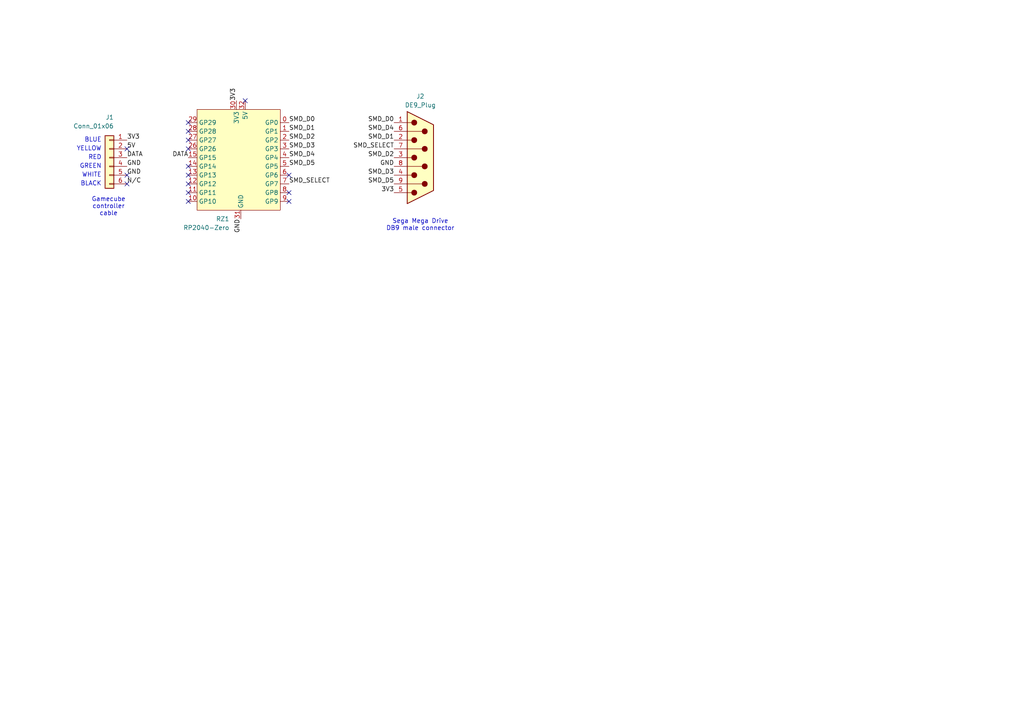
<source format=kicad_sch>
(kicad_sch
	(version 20231120)
	(generator "eeschema")
	(generator_version "8.0")
	(uuid "7c85da91-93f1-4d04-8833-88ec1b827959")
	(paper "A4")
	(lib_symbols
		(symbol "Connector:DE9_Plug"
			(pin_names
				(offset 1.016) hide)
			(exclude_from_sim no)
			(in_bom yes)
			(on_board yes)
			(property "Reference" "J"
				(at 0 13.97 0)
				(effects
					(font
						(size 1.27 1.27)
					)
				)
			)
			(property "Value" "DE9_Plug"
				(at 0 -14.605 0)
				(effects
					(font
						(size 1.27 1.27)
					)
				)
			)
			(property "Footprint" ""
				(at 0 0 0)
				(effects
					(font
						(size 1.27 1.27)
					)
					(hide yes)
				)
			)
			(property "Datasheet" " ~"
				(at 0 0 0)
				(effects
					(font
						(size 1.27 1.27)
					)
					(hide yes)
				)
			)
			(property "Description" "9-pin male plug pin D-SUB connector"
				(at 0 0 0)
				(effects
					(font
						(size 1.27 1.27)
					)
					(hide yes)
				)
			)
			(property "ki_keywords" "connector male plug D-SUB DB9"
				(at 0 0 0)
				(effects
					(font
						(size 1.27 1.27)
					)
					(hide yes)
				)
			)
			(property "ki_fp_filters" "DSUB*Male*"
				(at 0 0 0)
				(effects
					(font
						(size 1.27 1.27)
					)
					(hide yes)
				)
			)
			(symbol "DE9_Plug_0_1"
				(circle
					(center -1.778 -10.16)
					(radius 0.762)
					(stroke
						(width 0)
						(type default)
					)
					(fill
						(type outline)
					)
				)
				(circle
					(center -1.778 -5.08)
					(radius 0.762)
					(stroke
						(width 0)
						(type default)
					)
					(fill
						(type outline)
					)
				)
				(circle
					(center -1.778 0)
					(radius 0.762)
					(stroke
						(width 0)
						(type default)
					)
					(fill
						(type outline)
					)
				)
				(circle
					(center -1.778 5.08)
					(radius 0.762)
					(stroke
						(width 0)
						(type default)
					)
					(fill
						(type outline)
					)
				)
				(circle
					(center -1.778 10.16)
					(radius 0.762)
					(stroke
						(width 0)
						(type default)
					)
					(fill
						(type outline)
					)
				)
				(polyline
					(pts
						(xy -3.81 -10.16) (xy -2.54 -10.16)
					)
					(stroke
						(width 0)
						(type default)
					)
					(fill
						(type none)
					)
				)
				(polyline
					(pts
						(xy -3.81 -7.62) (xy 0.508 -7.62)
					)
					(stroke
						(width 0)
						(type default)
					)
					(fill
						(type none)
					)
				)
				(polyline
					(pts
						(xy -3.81 -5.08) (xy -2.54 -5.08)
					)
					(stroke
						(width 0)
						(type default)
					)
					(fill
						(type none)
					)
				)
				(polyline
					(pts
						(xy -3.81 -2.54) (xy 0.508 -2.54)
					)
					(stroke
						(width 0)
						(type default)
					)
					(fill
						(type none)
					)
				)
				(polyline
					(pts
						(xy -3.81 0) (xy -2.54 0)
					)
					(stroke
						(width 0)
						(type default)
					)
					(fill
						(type none)
					)
				)
				(polyline
					(pts
						(xy -3.81 2.54) (xy 0.508 2.54)
					)
					(stroke
						(width 0)
						(type default)
					)
					(fill
						(type none)
					)
				)
				(polyline
					(pts
						(xy -3.81 5.08) (xy -2.54 5.08)
					)
					(stroke
						(width 0)
						(type default)
					)
					(fill
						(type none)
					)
				)
				(polyline
					(pts
						(xy -3.81 7.62) (xy 0.508 7.62)
					)
					(stroke
						(width 0)
						(type default)
					)
					(fill
						(type none)
					)
				)
				(polyline
					(pts
						(xy -3.81 10.16) (xy -2.54 10.16)
					)
					(stroke
						(width 0)
						(type default)
					)
					(fill
						(type none)
					)
				)
				(polyline
					(pts
						(xy -3.81 -13.335) (xy -3.81 13.335) (xy 3.81 9.525) (xy 3.81 -9.525) (xy -3.81 -13.335)
					)
					(stroke
						(width 0.254)
						(type default)
					)
					(fill
						(type background)
					)
				)
				(circle
					(center 1.27 -7.62)
					(radius 0.762)
					(stroke
						(width 0)
						(type default)
					)
					(fill
						(type outline)
					)
				)
				(circle
					(center 1.27 -2.54)
					(radius 0.762)
					(stroke
						(width 0)
						(type default)
					)
					(fill
						(type outline)
					)
				)
				(circle
					(center 1.27 2.54)
					(radius 0.762)
					(stroke
						(width 0)
						(type default)
					)
					(fill
						(type outline)
					)
				)
				(circle
					(center 1.27 7.62)
					(radius 0.762)
					(stroke
						(width 0)
						(type default)
					)
					(fill
						(type outline)
					)
				)
			)
			(symbol "DE9_Plug_1_1"
				(pin passive line
					(at -7.62 -10.16 0)
					(length 3.81)
					(name "1"
						(effects
							(font
								(size 1.27 1.27)
							)
						)
					)
					(number "1"
						(effects
							(font
								(size 1.27 1.27)
							)
						)
					)
				)
				(pin passive line
					(at -7.62 -5.08 0)
					(length 3.81)
					(name "2"
						(effects
							(font
								(size 1.27 1.27)
							)
						)
					)
					(number "2"
						(effects
							(font
								(size 1.27 1.27)
							)
						)
					)
				)
				(pin passive line
					(at -7.62 0 0)
					(length 3.81)
					(name "3"
						(effects
							(font
								(size 1.27 1.27)
							)
						)
					)
					(number "3"
						(effects
							(font
								(size 1.27 1.27)
							)
						)
					)
				)
				(pin passive line
					(at -7.62 5.08 0)
					(length 3.81)
					(name "4"
						(effects
							(font
								(size 1.27 1.27)
							)
						)
					)
					(number "4"
						(effects
							(font
								(size 1.27 1.27)
							)
						)
					)
				)
				(pin passive line
					(at -7.62 10.16 0)
					(length 3.81)
					(name "5"
						(effects
							(font
								(size 1.27 1.27)
							)
						)
					)
					(number "5"
						(effects
							(font
								(size 1.27 1.27)
							)
						)
					)
				)
				(pin passive line
					(at -7.62 -7.62 0)
					(length 3.81)
					(name "6"
						(effects
							(font
								(size 1.27 1.27)
							)
						)
					)
					(number "6"
						(effects
							(font
								(size 1.27 1.27)
							)
						)
					)
				)
				(pin passive line
					(at -7.62 -2.54 0)
					(length 3.81)
					(name "7"
						(effects
							(font
								(size 1.27 1.27)
							)
						)
					)
					(number "7"
						(effects
							(font
								(size 1.27 1.27)
							)
						)
					)
				)
				(pin passive line
					(at -7.62 2.54 0)
					(length 3.81)
					(name "8"
						(effects
							(font
								(size 1.27 1.27)
							)
						)
					)
					(number "8"
						(effects
							(font
								(size 1.27 1.27)
							)
						)
					)
				)
				(pin passive line
					(at -7.62 7.62 0)
					(length 3.81)
					(name "9"
						(effects
							(font
								(size 1.27 1.27)
							)
						)
					)
					(number "9"
						(effects
							(font
								(size 1.27 1.27)
							)
						)
					)
				)
			)
		)
		(symbol "Connector_Generic:Conn_01x06"
			(pin_names
				(offset 1.016) hide)
			(exclude_from_sim no)
			(in_bom yes)
			(on_board yes)
			(property "Reference" "J"
				(at 0 7.62 0)
				(effects
					(font
						(size 1.27 1.27)
					)
				)
			)
			(property "Value" "Conn_01x06"
				(at 0 -10.16 0)
				(effects
					(font
						(size 1.27 1.27)
					)
				)
			)
			(property "Footprint" ""
				(at 0 0 0)
				(effects
					(font
						(size 1.27 1.27)
					)
					(hide yes)
				)
			)
			(property "Datasheet" "~"
				(at 0 0 0)
				(effects
					(font
						(size 1.27 1.27)
					)
					(hide yes)
				)
			)
			(property "Description" "Generic connector, single row, 01x06, script generated (kicad-library-utils/schlib/autogen/connector/)"
				(at 0 0 0)
				(effects
					(font
						(size 1.27 1.27)
					)
					(hide yes)
				)
			)
			(property "ki_keywords" "connector"
				(at 0 0 0)
				(effects
					(font
						(size 1.27 1.27)
					)
					(hide yes)
				)
			)
			(property "ki_fp_filters" "Connector*:*_1x??_*"
				(at 0 0 0)
				(effects
					(font
						(size 1.27 1.27)
					)
					(hide yes)
				)
			)
			(symbol "Conn_01x06_1_1"
				(rectangle
					(start -1.27 -7.493)
					(end 0 -7.747)
					(stroke
						(width 0.1524)
						(type default)
					)
					(fill
						(type none)
					)
				)
				(rectangle
					(start -1.27 -4.953)
					(end 0 -5.207)
					(stroke
						(width 0.1524)
						(type default)
					)
					(fill
						(type none)
					)
				)
				(rectangle
					(start -1.27 -2.413)
					(end 0 -2.667)
					(stroke
						(width 0.1524)
						(type default)
					)
					(fill
						(type none)
					)
				)
				(rectangle
					(start -1.27 0.127)
					(end 0 -0.127)
					(stroke
						(width 0.1524)
						(type default)
					)
					(fill
						(type none)
					)
				)
				(rectangle
					(start -1.27 2.667)
					(end 0 2.413)
					(stroke
						(width 0.1524)
						(type default)
					)
					(fill
						(type none)
					)
				)
				(rectangle
					(start -1.27 5.207)
					(end 0 4.953)
					(stroke
						(width 0.1524)
						(type default)
					)
					(fill
						(type none)
					)
				)
				(rectangle
					(start -1.27 6.35)
					(end 1.27 -8.89)
					(stroke
						(width 0.254)
						(type default)
					)
					(fill
						(type background)
					)
				)
				(pin passive line
					(at -5.08 5.08 0)
					(length 3.81)
					(name "Pin_1"
						(effects
							(font
								(size 1.27 1.27)
							)
						)
					)
					(number "1"
						(effects
							(font
								(size 1.27 1.27)
							)
						)
					)
				)
				(pin passive line
					(at -5.08 2.54 0)
					(length 3.81)
					(name "Pin_2"
						(effects
							(font
								(size 1.27 1.27)
							)
						)
					)
					(number "2"
						(effects
							(font
								(size 1.27 1.27)
							)
						)
					)
				)
				(pin passive line
					(at -5.08 0 0)
					(length 3.81)
					(name "Pin_3"
						(effects
							(font
								(size 1.27 1.27)
							)
						)
					)
					(number "3"
						(effects
							(font
								(size 1.27 1.27)
							)
						)
					)
				)
				(pin passive line
					(at -5.08 -2.54 0)
					(length 3.81)
					(name "Pin_4"
						(effects
							(font
								(size 1.27 1.27)
							)
						)
					)
					(number "4"
						(effects
							(font
								(size 1.27 1.27)
							)
						)
					)
				)
				(pin passive line
					(at -5.08 -5.08 0)
					(length 3.81)
					(name "Pin_5"
						(effects
							(font
								(size 1.27 1.27)
							)
						)
					)
					(number "5"
						(effects
							(font
								(size 1.27 1.27)
							)
						)
					)
				)
				(pin passive line
					(at -5.08 -7.62 0)
					(length 3.81)
					(name "Pin_6"
						(effects
							(font
								(size 1.27 1.27)
							)
						)
					)
					(number "6"
						(effects
							(font
								(size 1.27 1.27)
							)
						)
					)
				)
			)
		)
		(symbol "RP2040-Zero:RP2040-Zero"
			(exclude_from_sim no)
			(in_bom yes)
			(on_board yes)
			(property "Reference" "RZ"
				(at 0 0 0)
				(effects
					(font
						(size 1.27 1.27)
					)
				)
			)
			(property "Value" "RP2040-Zero"
				(at 0 -2.54 0)
				(effects
					(font
						(size 1.27 1.27)
					)
				)
			)
			(property "Footprint" "RP2040-Zero:RP2040-Zero"
				(at 0 2.54 0)
				(effects
					(font
						(size 1.27 1.27)
					)
				)
			)
			(property "Datasheet" ""
				(at 0 0 0)
				(effects
					(font
						(size 1.27 1.27)
					)
					(hide yes)
				)
			)
			(property "Description" ""
				(at 0 0 0)
				(effects
					(font
						(size 1.27 1.27)
					)
					(hide yes)
				)
			)
			(symbol "RP2040-Zero_0_1"
				(rectangle
					(start -11.43 -15.24)
					(end 12.7 13.97)
					(stroke
						(width 0)
						(type default)
					)
					(fill
						(type background)
					)
				)
			)
			(symbol "RP2040-Zero_1_1"
				(pin bidirectional line
					(at -13.97 10.16 0)
					(length 2.54)
					(name "GP0"
						(effects
							(font
								(size 1.27 1.27)
							)
						)
					)
					(number "0"
						(effects
							(font
								(size 1.27 1.27)
							)
						)
					)
				)
				(pin bidirectional line
					(at -13.97 7.62 0)
					(length 2.54)
					(name "GP1"
						(effects
							(font
								(size 1.27 1.27)
							)
						)
					)
					(number "1"
						(effects
							(font
								(size 1.27 1.27)
							)
						)
					)
				)
				(pin bidirectional line
					(at 15.24 -12.7 180)
					(length 2.54)
					(name "GP10"
						(effects
							(font
								(size 1.27 1.27)
							)
						)
					)
					(number "10"
						(effects
							(font
								(size 1.27 1.27)
							)
						)
					)
				)
				(pin bidirectional line
					(at 15.24 -10.16 180)
					(length 2.54)
					(name "GP11"
						(effects
							(font
								(size 1.27 1.27)
							)
						)
					)
					(number "11"
						(effects
							(font
								(size 1.27 1.27)
							)
						)
					)
				)
				(pin bidirectional line
					(at 15.24 -7.62 180)
					(length 2.54)
					(name "GP12"
						(effects
							(font
								(size 1.27 1.27)
							)
						)
					)
					(number "12"
						(effects
							(font
								(size 1.27 1.27)
							)
						)
					)
				)
				(pin bidirectional line
					(at 15.24 -5.08 180)
					(length 2.54)
					(name "GP13"
						(effects
							(font
								(size 1.27 1.27)
							)
						)
					)
					(number "13"
						(effects
							(font
								(size 1.27 1.27)
							)
						)
					)
				)
				(pin bidirectional line
					(at 15.24 -2.54 180)
					(length 2.54)
					(name "GP14"
						(effects
							(font
								(size 1.27 1.27)
							)
						)
					)
					(number "14"
						(effects
							(font
								(size 1.27 1.27)
							)
						)
					)
				)
				(pin bidirectional line
					(at 15.24 0 180)
					(length 2.54)
					(name "GP15"
						(effects
							(font
								(size 1.27 1.27)
							)
						)
					)
					(number "15"
						(effects
							(font
								(size 1.27 1.27)
							)
						)
					)
				)
				(pin bidirectional line
					(at -13.97 5.08 0)
					(length 2.54)
					(name "GP2"
						(effects
							(font
								(size 1.27 1.27)
							)
						)
					)
					(number "2"
						(effects
							(font
								(size 1.27 1.27)
							)
						)
					)
				)
				(pin bidirectional line
					(at 15.24 2.54 180)
					(length 2.54)
					(name "GP26"
						(effects
							(font
								(size 1.27 1.27)
							)
						)
					)
					(number "26"
						(effects
							(font
								(size 1.27 1.27)
							)
						)
					)
				)
				(pin bidirectional line
					(at 15.24 5.08 180)
					(length 2.54)
					(name "GP27"
						(effects
							(font
								(size 1.27 1.27)
							)
						)
					)
					(number "27"
						(effects
							(font
								(size 1.27 1.27)
							)
						)
					)
				)
				(pin bidirectional line
					(at 15.24 7.62 180)
					(length 2.54)
					(name "GP28"
						(effects
							(font
								(size 1.27 1.27)
							)
						)
					)
					(number "28"
						(effects
							(font
								(size 1.27 1.27)
							)
						)
					)
				)
				(pin bidirectional line
					(at 15.24 10.16 180)
					(length 2.54)
					(name "GP29"
						(effects
							(font
								(size 1.27 1.27)
							)
						)
					)
					(number "29"
						(effects
							(font
								(size 1.27 1.27)
							)
						)
					)
				)
				(pin bidirectional line
					(at -13.97 2.54 0)
					(length 2.54)
					(name "GP3"
						(effects
							(font
								(size 1.27 1.27)
							)
						)
					)
					(number "3"
						(effects
							(font
								(size 1.27 1.27)
							)
						)
					)
				)
				(pin power_in line
					(at 1.27 16.51 270)
					(length 2.54)
					(name "3V3"
						(effects
							(font
								(size 1.27 1.27)
							)
						)
					)
					(number "30"
						(effects
							(font
								(size 1.27 1.27)
							)
						)
					)
				)
				(pin passive line
					(at 0 -17.78 90)
					(length 2.54)
					(name "GND"
						(effects
							(font
								(size 1.27 1.27)
							)
						)
					)
					(number "31"
						(effects
							(font
								(size 1.27 1.27)
							)
						)
					)
				)
				(pin power_in line
					(at -1.27 16.51 270)
					(length 2.54)
					(name "5V"
						(effects
							(font
								(size 1.27 1.27)
							)
						)
					)
					(number "32"
						(effects
							(font
								(size 1.27 1.27)
							)
						)
					)
				)
				(pin bidirectional line
					(at -13.97 0 0)
					(length 2.54)
					(name "GP4"
						(effects
							(font
								(size 1.27 1.27)
							)
						)
					)
					(number "4"
						(effects
							(font
								(size 1.27 1.27)
							)
						)
					)
				)
				(pin bidirectional line
					(at -13.97 -2.54 0)
					(length 2.54)
					(name "GP5"
						(effects
							(font
								(size 1.27 1.27)
							)
						)
					)
					(number "5"
						(effects
							(font
								(size 1.27 1.27)
							)
						)
					)
				)
				(pin bidirectional line
					(at -13.97 -5.08 0)
					(length 2.54)
					(name "GP6"
						(effects
							(font
								(size 1.27 1.27)
							)
						)
					)
					(number "6"
						(effects
							(font
								(size 1.27 1.27)
							)
						)
					)
				)
				(pin bidirectional line
					(at -13.97 -7.62 0)
					(length 2.54)
					(name "GP7"
						(effects
							(font
								(size 1.27 1.27)
							)
						)
					)
					(number "7"
						(effects
							(font
								(size 1.27 1.27)
							)
						)
					)
				)
				(pin bidirectional line
					(at -13.97 -10.16 0)
					(length 2.54)
					(name "GP8"
						(effects
							(font
								(size 1.27 1.27)
							)
						)
					)
					(number "8"
						(effects
							(font
								(size 1.27 1.27)
							)
						)
					)
				)
				(pin bidirectional line
					(at -13.97 -12.7 0)
					(length 2.54)
					(name "GP9"
						(effects
							(font
								(size 1.27 1.27)
							)
						)
					)
					(number "9"
						(effects
							(font
								(size 1.27 1.27)
							)
						)
					)
				)
			)
		)
	)
	(bus_alias "GAMEPAD"
		(members "SMD_D0" "SMD_D1" "SMD_D2" "SMD_D3" "SMD_D4" "SMD_D5" "SMD_SELECT")
	)
	(bus_alias "PROGRAMMER"
		(members "SCK" "MOSI" "MISO")
	)
	(bus_alias "WIIMOTE"
		(members "DTC" "SDA" "SCL")
	)
	(no_connect
		(at 83.82 58.42)
		(uuid "0368e76f-070f-4be6-8cd9-96b25ffad123")
	)
	(no_connect
		(at 36.83 43.18)
		(uuid "0395f858-e2fe-4ae5-93f1-4f7cf02fb973")
	)
	(no_connect
		(at 36.83 53.34)
		(uuid "135849df-4806-4586-b09e-cb7e5e7a60a7")
	)
	(no_connect
		(at 36.83 50.8)
		(uuid "150dc907-1ce4-4745-b12e-6e9382017bad")
	)
	(no_connect
		(at 83.82 55.88)
		(uuid "1f0999b0-f216-4baf-879e-8dd096d79826")
	)
	(no_connect
		(at 54.61 48.26)
		(uuid "3b09a3f7-6058-421d-9129-60d5aabf307e")
	)
	(no_connect
		(at 54.61 58.42)
		(uuid "51052395-d4d6-4448-ab00-f5e180941ac2")
	)
	(no_connect
		(at 54.61 38.1)
		(uuid "5c0deb59-bd7a-4284-8f72-091e4438b646")
	)
	(no_connect
		(at 54.61 55.88)
		(uuid "7e561658-fc3b-4718-9e0b-4e18a11d4ccd")
	)
	(no_connect
		(at 54.61 53.34)
		(uuid "9245236a-13b4-463a-bbc2-5aa3b2b3f8e8")
	)
	(no_connect
		(at 54.61 35.56)
		(uuid "bfc896cc-b4f0-4f90-ae1b-34686e31f529")
	)
	(no_connect
		(at 54.61 40.64)
		(uuid "c1f265ac-a143-4fa2-bcc2-f3db0d7c0bea")
	)
	(no_connect
		(at 54.61 50.8)
		(uuid "ebe43c9a-dd4c-4645-8ea7-c09e0b335f91")
	)
	(no_connect
		(at 71.12 29.21)
		(uuid "ef72e6d1-19c8-4e88-b93f-c43d87c2ada8")
	)
	(no_connect
		(at 83.82 50.8)
		(uuid "f63be22a-1711-4218-bf04-bccb5fe78bda")
	)
	(no_connect
		(at 54.61 43.18)
		(uuid "fecdbc16-26f0-4a30-9d4d-a32a8efd507c")
	)
	(text "YELLOW"
		(exclude_from_sim no)
		(at 29.464 43.18 0)
		(effects
			(font
				(size 1.27 1.27)
			)
			(justify right)
		)
		(uuid "0741f219-da11-4935-9cf8-35dbd97a030a")
	)
	(text "WHITE"
		(exclude_from_sim no)
		(at 29.464 50.8 0)
		(effects
			(font
				(size 1.27 1.27)
			)
			(justify right)
		)
		(uuid "1cb835c3-4ebb-4d80-9f7d-d68623d1b831")
	)
	(text "Sega Mega Drive\nDB9 male connector"
		(exclude_from_sim no)
		(at 121.92 65.278 0)
		(effects
			(font
				(size 1.27 1.27)
			)
		)
		(uuid "340f84e8-cf95-42ed-bda9-447f92af604e")
	)
	(text "BLUE"
		(exclude_from_sim no)
		(at 29.464 40.64 0)
		(effects
			(font
				(size 1.27 1.27)
			)
			(justify right)
		)
		(uuid "579a376d-456e-4ba8-88c8-abba470d9a8c")
	)
	(text "RED"
		(exclude_from_sim no)
		(at 29.464 45.72 0)
		(effects
			(font
				(size 1.27 1.27)
			)
			(justify right)
		)
		(uuid "5d2ea968-0ca6-4b55-b721-00db510e2501")
	)
	(text "Gamecube\ncontroller\ncable"
		(exclude_from_sim no)
		(at 31.496 59.944 0)
		(effects
			(font
				(size 1.27 1.27)
			)
		)
		(uuid "7664a7e8-8de9-47b3-a586-76791e001c95")
	)
	(text "BLACK"
		(exclude_from_sim no)
		(at 29.464 53.34 0)
		(effects
			(font
				(size 1.27 1.27)
			)
			(justify right)
		)
		(uuid "8224943b-18a0-442b-8712-01debb39b222")
	)
	(text "GREEN"
		(exclude_from_sim no)
		(at 29.464 48.26 0)
		(effects
			(font
				(size 1.27 1.27)
			)
			(justify right)
		)
		(uuid "fb024ed3-300d-43ba-9f9c-744904a0db58")
	)
	(label "GND"
		(at 36.83 48.26 0)
		(fields_autoplaced yes)
		(effects
			(font
				(size 1.27 1.27)
			)
			(justify left bottom)
		)
		(uuid "104995a2-bef5-462e-a517-c59588f8e79e")
	)
	(label "SMD_D5"
		(at 83.82 48.26 0)
		(fields_autoplaced yes)
		(effects
			(font
				(size 1.27 1.27)
			)
			(justify left bottom)
		)
		(uuid "125bb1d0-2351-4df1-b667-29897b47d306")
	)
	(label "3V3"
		(at 68.58 29.21 90)
		(fields_autoplaced yes)
		(effects
			(font
				(size 1.27 1.27)
			)
			(justify left bottom)
		)
		(uuid "18d1d354-ade7-49d3-9168-7f82b225e966")
	)
	(label "SMD_SELECT"
		(at 83.82 53.34 0)
		(fields_autoplaced yes)
		(effects
			(font
				(size 1.27 1.27)
			)
			(justify left bottom)
		)
		(uuid "1cce5184-7b7d-4029-b950-727b0c8bd144")
	)
	(label "GND"
		(at 69.85 63.5 270)
		(fields_autoplaced yes)
		(effects
			(font
				(size 1.27 1.27)
			)
			(justify right bottom)
		)
		(uuid "2e61845b-7fb7-4e9d-8384-15779afe660d")
	)
	(label "SMD_D0"
		(at 114.3 35.56 180)
		(fields_autoplaced yes)
		(effects
			(font
				(size 1.27 1.27)
			)
			(justify right bottom)
		)
		(uuid "37f371a4-6cf7-4147-bd50-730351e6e721")
	)
	(label "DATA"
		(at 54.61 45.72 180)
		(fields_autoplaced yes)
		(effects
			(font
				(size 1.27 1.27)
			)
			(justify right bottom)
		)
		(uuid "3bcb826a-605a-40fb-8fb0-6b75e5eb6b95")
	)
	(label "SMD_D2"
		(at 83.82 40.64 0)
		(fields_autoplaced yes)
		(effects
			(font
				(size 1.27 1.27)
			)
			(justify left bottom)
		)
		(uuid "46b7d535-a58b-464b-802c-7988a80dcd16")
	)
	(label "SMD_D3"
		(at 83.82 43.18 0)
		(fields_autoplaced yes)
		(effects
			(font
				(size 1.27 1.27)
			)
			(justify left bottom)
		)
		(uuid "47a214d4-2fc8-40f5-a48f-bdb5dd246172")
	)
	(label "GND"
		(at 114.3 48.26 180)
		(fields_autoplaced yes)
		(effects
			(font
				(size 1.27 1.27)
			)
			(justify right bottom)
		)
		(uuid "54f4e08b-3b51-44fe-a8b4-744b7e650a69")
	)
	(label "3V3"
		(at 114.3 55.88 180)
		(fields_autoplaced yes)
		(effects
			(font
				(size 1.27 1.27)
			)
			(justify right bottom)
		)
		(uuid "59de7de6-d37f-42b8-a536-53f505780bcc")
	)
	(label "SMD_D0"
		(at 83.82 35.56 0)
		(fields_autoplaced yes)
		(effects
			(font
				(size 1.27 1.27)
			)
			(justify left bottom)
		)
		(uuid "6c247f37-d6a5-4f0b-801c-bab58af1f15a")
	)
	(label "GND"
		(at 36.83 50.8 0)
		(fields_autoplaced yes)
		(effects
			(font
				(size 1.27 1.27)
			)
			(justify left bottom)
		)
		(uuid "6e8c3018-58b6-4423-97e0-3146fe9db5bf")
	)
	(label "SMD_D2"
		(at 114.3 45.72 180)
		(fields_autoplaced yes)
		(effects
			(font
				(size 1.27 1.27)
			)
			(justify right bottom)
		)
		(uuid "76de32c4-d4b5-4fe6-bf44-4e3e92ca11bc")
	)
	(label "SMD_D1"
		(at 114.3 40.64 180)
		(fields_autoplaced yes)
		(effects
			(font
				(size 1.27 1.27)
			)
			(justify right bottom)
		)
		(uuid "7eb6d7a1-ad16-45e2-b827-5ef551d438d7")
	)
	(label "SMD_D1"
		(at 83.82 38.1 0)
		(fields_autoplaced yes)
		(effects
			(font
				(size 1.27 1.27)
			)
			(justify left bottom)
		)
		(uuid "9864bd4e-3447-4932-b87a-29b5cd5993ff")
	)
	(label "SMD_D4"
		(at 114.3 38.1 180)
		(fields_autoplaced yes)
		(effects
			(font
				(size 1.27 1.27)
			)
			(justify right bottom)
		)
		(uuid "9dc4998a-5b26-4f8b-b585-50097aa4ec4b")
	)
	(label "3V3"
		(at 36.83 40.64 0)
		(fields_autoplaced yes)
		(effects
			(font
				(size 1.27 1.27)
			)
			(justify left bottom)
		)
		(uuid "a3fd0668-0164-4375-bf1d-2e13af8b2607")
	)
	(label "SMD_D4"
		(at 83.82 45.72 0)
		(fields_autoplaced yes)
		(effects
			(font
				(size 1.27 1.27)
			)
			(justify left bottom)
		)
		(uuid "c4492536-1b98-43e8-98f1-56b97d2e883c")
	)
	(label "N{slash}C"
		(at 36.83 53.34 0)
		(fields_autoplaced yes)
		(effects
			(font
				(size 1.27 1.27)
			)
			(justify left bottom)
		)
		(uuid "cb1b48c5-4596-46c7-896f-895c49548499")
	)
	(label "5V"
		(at 36.83 43.18 0)
		(fields_autoplaced yes)
		(effects
			(font
				(size 1.27 1.27)
			)
			(justify left bottom)
		)
		(uuid "ce286c04-bd80-4b4f-9654-069679f56029")
	)
	(label "SMD_D5"
		(at 114.3 53.34 180)
		(fields_autoplaced yes)
		(effects
			(font
				(size 1.27 1.27)
			)
			(justify right bottom)
		)
		(uuid "ce4b0c3f-660f-4f7b-b774-d762a5b11b60")
	)
	(label "DATA"
		(at 36.83 45.72 0)
		(fields_autoplaced yes)
		(effects
			(font
				(size 1.27 1.27)
			)
			(justify left bottom)
		)
		(uuid "df710598-f310-443b-ad52-fd9f00c73a26")
	)
	(label "SMD_SELECT"
		(at 114.3 43.18 180)
		(fields_autoplaced yes)
		(effects
			(font
				(size 1.27 1.27)
			)
			(justify right bottom)
		)
		(uuid "f4a2994f-d6ae-4bf8-b5ca-8b991d8db4f1")
	)
	(label "SMD_D3"
		(at 114.3 50.8 180)
		(fields_autoplaced yes)
		(effects
			(font
				(size 1.27 1.27)
			)
			(justify right bottom)
		)
		(uuid "f93da1f1-ea4c-4d6f-83fe-032d9dedd4ac")
	)
	(symbol
		(lib_id "RP2040-Zero:RP2040-Zero")
		(at 69.85 45.72 0)
		(mirror y)
		(unit 1)
		(exclude_from_sim no)
		(in_bom yes)
		(on_board yes)
		(dnp no)
		(uuid "09367355-795b-41c3-876d-7f5238112762")
		(property "Reference" "RZ1"
			(at 66.548 63.5 0)
			(effects
				(font
					(size 1.27 1.27)
				)
				(justify left)
			)
		)
		(property "Value" "RP2040-Zero"
			(at 66.548 66.04 0)
			(effects
				(font
					(size 1.27 1.27)
				)
				(justify left)
			)
		)
		(property "Footprint" "RP2040-Zero:RP2040-Zero"
			(at 67.6559 68.58 0)
			(effects
				(font
					(size 1.27 1.27)
				)
				(justify left)
				(hide yes)
			)
		)
		(property "Datasheet" ""
			(at 69.85 45.72 0)
			(effects
				(font
					(size 1.27 1.27)
				)
				(hide yes)
			)
		)
		(property "Description" ""
			(at 69.85 45.72 0)
			(effects
				(font
					(size 1.27 1.27)
				)
				(hide yes)
			)
		)
		(pin "29"
			(uuid "701f6ad0-7c7d-41f8-a2d3-0fef163fa77a")
		)
		(pin "15"
			(uuid "07bf3155-36ca-4de2-b51f-b5405d3a4387")
		)
		(pin "26"
			(uuid "819f809b-2743-4480-8dec-090a1ef79186")
		)
		(pin "28"
			(uuid "475daae1-1f23-4da3-9a9c-a7c2b221a257")
		)
		(pin "31"
			(uuid "7a9b2416-d0f7-4604-8be3-8269faa43f1a")
		)
		(pin "13"
			(uuid "d986c210-ff41-4c6c-892d-1bed85d7da5a")
		)
		(pin "3"
			(uuid "8961921c-34b4-4ae6-9d55-82658f524408")
		)
		(pin "0"
			(uuid "04b3ec4f-1574-4d6e-981b-03bfb8f05d41")
		)
		(pin "1"
			(uuid "2c05352f-f803-4b35-b4b8-85ddd5525a94")
		)
		(pin "4"
			(uuid "fb2cb085-e20b-4a0b-9d6c-b612d4a6f2a0")
		)
		(pin "27"
			(uuid "4ad8c761-560a-4689-97e8-9467c17f64af")
		)
		(pin "2"
			(uuid "ec91d76d-49ba-4fbc-a77b-7ce54a39e692")
		)
		(pin "11"
			(uuid "3c6fbcbe-20a6-433d-bf90-ab7620ab31bc")
		)
		(pin "14"
			(uuid "cb78c937-28a9-4e7c-ab71-c593340d8cd6")
		)
		(pin "32"
			(uuid "995cbbd9-b92c-4c4e-bee7-725118d53e32")
		)
		(pin "7"
			(uuid "f80084c0-965e-4e40-ae6e-1d1a527744e3")
		)
		(pin "9"
			(uuid "36cd2c1d-a4f6-41c4-a4eb-24093a13043f")
		)
		(pin "12"
			(uuid "3b8444b8-eae5-4747-bb8a-12613c11a15d")
		)
		(pin "6"
			(uuid "c5b9fe25-bba6-411b-9279-f47df6264273")
		)
		(pin "10"
			(uuid "848f4fca-f437-4abf-8f68-a1be35061e22")
		)
		(pin "30"
			(uuid "045146b8-9b98-422c-92ed-9fbf607f5ab9")
		)
		(pin "5"
			(uuid "25cc5f61-8d90-4552-804c-13f0ee9321cd")
		)
		(pin "8"
			(uuid "df52de4e-a8bb-4c9b-b630-4bc0c0c47328")
		)
		(instances
			(project "SMD2GC"
				(path "/7c85da91-93f1-4d04-8833-88ec1b827959"
					(reference "RZ1")
					(unit 1)
				)
			)
		)
	)
	(symbol
		(lib_id "Connector_Generic:Conn_01x06")
		(at 31.75 45.72 0)
		(mirror y)
		(unit 1)
		(exclude_from_sim no)
		(in_bom yes)
		(on_board yes)
		(dnp no)
		(uuid "1907b9ef-b2f8-4a1d-9be2-a49c48fbf48a")
		(property "Reference" "J1"
			(at 33.02 34.036 0)
			(effects
				(font
					(size 1.27 1.27)
				)
				(justify left)
			)
		)
		(property "Value" "Conn_01x06"
			(at 33.02 36.576 0)
			(effects
				(font
					(size 1.27 1.27)
				)
				(justify left)
			)
		)
		(property "Footprint" "Connector_PinHeader_2.00mm:PinHeader_1x06_P2.00mm_Vertical"
			(at 31.75 45.72 0)
			(effects
				(font
					(size 1.27 1.27)
				)
				(hide yes)
			)
		)
		(property "Datasheet" "~"
			(at 31.75 45.72 0)
			(effects
				(font
					(size 1.27 1.27)
				)
				(hide yes)
			)
		)
		(property "Description" "Generic connector, single row, 01x06, script generated (kicad-library-utils/schlib/autogen/connector/)"
			(at 31.75 45.72 0)
			(effects
				(font
					(size 1.27 1.27)
				)
				(hide yes)
			)
		)
		(pin "6"
			(uuid "9bd29e4f-b0fa-4abc-8925-6fb8c3eb610d")
		)
		(pin "2"
			(uuid "6fe8a907-76b1-45bb-9d05-f8a61304caaa")
		)
		(pin "4"
			(uuid "77db6f8f-8255-4253-9539-56c8c79c8d22")
		)
		(pin "1"
			(uuid "2ead0398-355e-4458-bdc8-7a76bd47d4a9")
		)
		(pin "5"
			(uuid "b6002922-e6d8-48c6-b067-8d9e7039537f")
		)
		(pin "3"
			(uuid "e84a60fe-b1e3-4acd-9b65-a2a8d67728c1")
		)
		(instances
			(project "SMD2GC"
				(path "/7c85da91-93f1-4d04-8833-88ec1b827959"
					(reference "J1")
					(unit 1)
				)
			)
		)
	)
	(symbol
		(lib_id "Connector:DE9_Plug")
		(at 121.92 45.72 0)
		(mirror x)
		(unit 1)
		(exclude_from_sim no)
		(in_bom yes)
		(on_board yes)
		(dnp no)
		(fields_autoplaced yes)
		(uuid "a8dcee53-7eb8-4c31-9531-2bf4245489f2")
		(property "Reference" "J2"
			(at 121.92 27.94 0)
			(effects
				(font
					(size 1.27 1.27)
				)
			)
		)
		(property "Value" "DE9_Plug"
			(at 121.92 30.48 0)
			(effects
				(font
					(size 1.27 1.27)
				)
			)
		)
		(property "Footprint" "Connector_Dsub:DSUB-9_Male_Horizontal_P2.77x2.84mm_EdgePinOffset7.70mm_Housed_MountingHolesOffset9.12mm"
			(at 121.92 45.72 0)
			(effects
				(font
					(size 1.27 1.27)
				)
				(hide yes)
			)
		)
		(property "Datasheet" " ~"
			(at 121.92 45.72 0)
			(effects
				(font
					(size 1.27 1.27)
				)
				(hide yes)
			)
		)
		(property "Description" "9-pin male plug pin D-SUB connector"
			(at 121.92 45.72 0)
			(effects
				(font
					(size 1.27 1.27)
				)
				(hide yes)
			)
		)
		(pin "1"
			(uuid "9a953d3f-df59-4020-8bd5-d821d85ed234")
		)
		(pin "2"
			(uuid "4235eb9f-d50b-4d69-9f91-75c55ea8b4d2")
		)
		(pin "3"
			(uuid "724550a6-1e9f-47cc-8033-e3c6a6832407")
		)
		(pin "4"
			(uuid "0fa5671d-a597-4c9a-b2af-87f25d8b1116")
		)
		(pin "5"
			(uuid "813e9fd1-f299-42dc-be1b-a27eddb27543")
		)
		(pin "6"
			(uuid "080d5c84-3b90-4caa-9d6c-67b112f6d226")
		)
		(pin "7"
			(uuid "764856ed-85b1-488c-9c99-43fe770df9dc")
		)
		(pin "8"
			(uuid "b62c4ae6-e8c8-42a2-b75f-e9d7cd8f2d92")
		)
		(pin "9"
			(uuid "a579ac94-f737-45db-9ebd-8c149e73db1d")
		)
		(instances
			(project "SMD2GC"
				(path "/7c85da91-93f1-4d04-8833-88ec1b827959"
					(reference "J2")
					(unit 1)
				)
			)
		)
	)
	(sheet_instances
		(path "/"
			(page "1")
		)
	)
)
</source>
